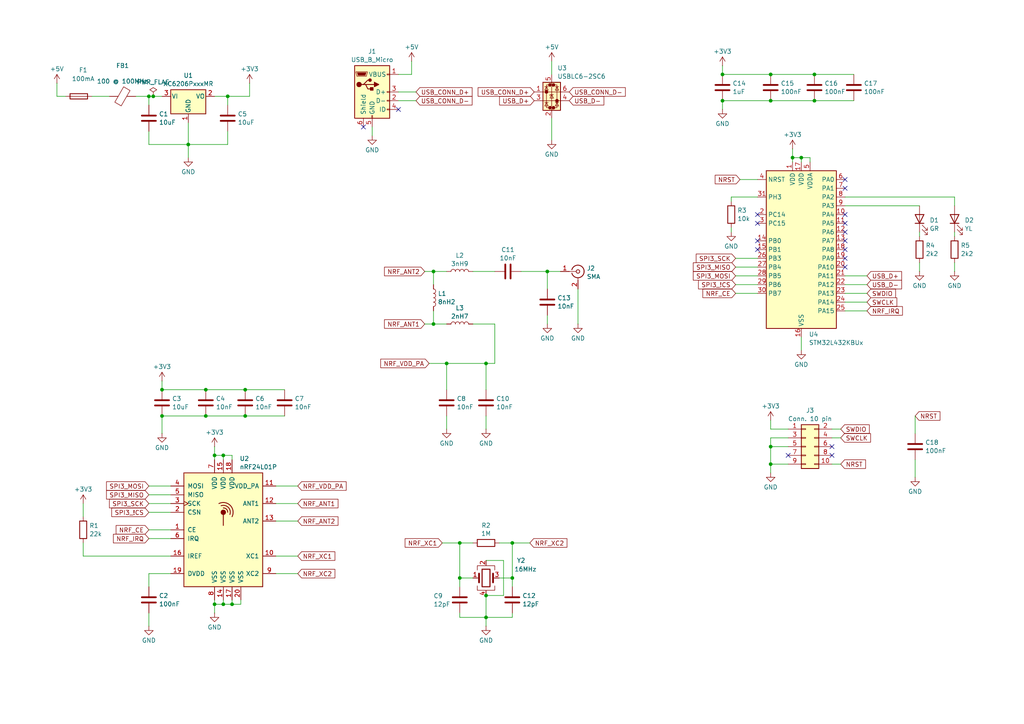
<source format=kicad_sch>
(kicad_sch (version 20231120) (generator "eeschema") (generator_version "8.0")
  (paper "A4")
  (title_block (title "STM32+RF+USB") (date "2024-09-12") (rev "Version1.0") (company "AIRLAB"))
  (lib_symbols
    (symbol "Connector:Conn_Coaxial" (pin_names (offset 1.016) hide)
      (property "Reference" "J" (at 0.254 3.048 0))
      (property "Value" "Conn_Coaxial" (at 2.921 0 90))
      (symbol "Conn_Coaxial_0_1"
        (arc (start -1.778 -0.508) (mid 0.2311 -1.8066) (end 1.778 0) (stroke (width 0.254)))
        (polyline (pts (xy -2.54 0) (xy -0.508 0)))
        (polyline (pts (xy 0 -2.54) (xy 0 -1.778)))
        (circle (center 0 0) (radius 0.508) (stroke (width 0.2032)))
        (arc (start 1.778 0) (mid 0.2099 1.8101) (end -1.778 0.508) (stroke (width 0.254)))
      )
      (symbol "Conn_Coaxial_1_1"
        (pin passive line (at -5.08 0 0) (length 2.54) (name "In") (number "1"))
        (pin passive line (at 0 -5.08 90) (length 2.54) (name "Ext") (number "2"))
      )
    )
    (symbol "Connector:USB_B_Micro" (pin_names (offset 1.016))
      (property "Reference" "J" (at -5.08 11.43 0))
      (property "Value" "USB_B_Micro" (at -5.08 8.89 0))
      (symbol "USB_B_Micro_0_1"
        (rectangle (start -5.08 -7.62) (end 5.08 7.62) (stroke (width 0.254)) (fill (type background)))
        (circle (center -3.81 2.159) (radius 0.635) (stroke (width 0.254)) (fill (type outline)))
        (circle (center -0.635 3.429) (radius 0.381) (stroke (width 0.254)) (fill (type outline)))
        (rectangle (start -0.127 -7.62) (end 0.127 -6.858))
        (polyline (pts (xy -1.905 2.159) (xy 0.635 2.159)) (stroke (width 0.254)))
        (polyline (pts (xy -3.175 2.159) (xy -2.54 2.159) (xy -1.27 3.429) (xy -0.635 3.429)) (stroke (width 0.254)))
        (polyline (pts (xy -2.54 2.159) (xy -1.905 2.159) (xy -1.27 0.889) (xy 0 0.889)) (stroke (width 0.254)))
        (polyline (pts (xy 0.635 2.794) (xy 0.635 1.524) (xy 1.905 2.159) (xy 0.635 2.794)) (stroke (width 0.254)) (fill (type outline)))
        (polyline (pts (xy -4.318 5.588) (xy -1.778 5.588) (xy -2.032 4.826) (xy -4.064 4.826) (xy -4.318 5.588)) (fill (type outline)))
        (polyline (pts (xy -4.699 5.842) (xy -4.699 5.588) (xy -4.445 4.826) (xy -4.445 4.572) (xy -1.651 4.572) (xy -1.651 4.826) (xy -1.397 5.588) (xy -1.397 5.842) (xy -4.699 5.842)))
        (rectangle (start 0.254 1.27) (end -0.508 0.508) (stroke (width 0.254)) (fill (type outline)))
        (rectangle (start 5.08 -5.207) (end 4.318 -4.953))
        (rectangle (start 5.08 -2.667) (end 4.318 -2.413))
        (rectangle (start 5.08 -0.127) (end 4.318 0.127))
        (rectangle (start 5.08 4.953) (end 4.318 5.207))
      )
      (symbol "USB_B_Micro_1_1"
        (pin power_out line (at 7.62 5.08 180) (length 2.54) (name "VBUS") (number "1"))
        (pin bidirectional line (at 7.62 -2.54 180) (length 2.54) (name "D-") (number "2"))
        (pin bidirectional line (at 7.62 0 180) (length 2.54) (name "D+") (number "3"))
        (pin passive line (at 7.62 -5.08 180) (length 2.54) (name "ID") (number "4"))
        (pin power_out line (at 0 -10.16 90) (length 2.54) (name "GND") (number "5"))
        (pin passive line (at -2.54 -10.16 90) (length 2.54) (name "Shield") (number "6"))
      )
    )
    (symbol "Connector_Generic:Conn_02x05_Odd_Even" (pin_names (offset 1.016) hide)
      (property "Reference" "J" (at 1.27 7.62 0))
      (property "Value" "Conn_02x05_Odd_Even" (at 1.27 -7.62 0))
      (symbol "Conn_02x05_Odd_Even_1_1"
        (rectangle (start -1.27 -4.953) (end 0 -5.207) (stroke (width 0.1524)))
        (rectangle (start -1.27 -2.413) (end 0 -2.667) (stroke (width 0.1524)))
        (rectangle (start -1.27 0.127) (end 0 -0.127) (stroke (width 0.1524)))
        (rectangle (start -1.27 2.667) (end 0 2.413) (stroke (width 0.1524)))
        (rectangle (start -1.27 5.207) (end 0 4.953) (stroke (width 0.1524)))
        (rectangle (start -1.27 6.35) (end 3.81 -6.35) (stroke (width 0.254)) (fill (type background)))
        (rectangle (start 3.81 -4.953) (end 2.54 -5.207) (stroke (width 0.1524)))
        (rectangle (start 3.81 -2.413) (end 2.54 -2.667) (stroke (width 0.1524)))
        (rectangle (start 3.81 0.127) (end 2.54 -0.127) (stroke (width 0.1524)))
        (rectangle (start 3.81 2.667) (end 2.54 2.413) (stroke (width 0.1524)))
        (rectangle (start 3.81 5.207) (end 2.54 4.953) (stroke (width 0.1524)))
        (pin passive line (at -5.08 5.08 0) (length 3.81) (name "Pin_1") (number "1"))
        (pin passive line (at 7.62 -5.08 180) (length 3.81) (name "Pin_10") (number "10"))
        (pin passive line (at 7.62 5.08 180) (length 3.81) (name "Pin_2") (number "2"))
        (pin passive line (at -5.08 2.54 0) (length 3.81) (name "Pin_3") (number "3"))
        (pin passive line (at 7.62 2.54 180) (length 3.81) (name "Pin_4") (number "4"))
        (pin passive line (at -5.08 0 0) (length 3.81) (name "Pin_5") (number "5"))
        (pin passive line (at 7.62 0 180) (length 3.81) (name "Pin_6") (number "6"))
        (pin passive line (at -5.08 -2.54 0) (length 3.81) (name "Pin_7") (number "7"))
        (pin passive line (at 7.62 -2.54 180) (length 3.81) (name "Pin_8") (number "8"))
        (pin passive line (at -5.08 -5.08 0) (length 3.81) (name "Pin_9") (number "9"))
      )
    )
    (symbol "Device:C" (pin_numbers hide) (pin_names (offset 0.254))
      (property "Reference" "C" (at 0.635 2.54 0))
      (property "Value" "C" (at 0.635 -2.54 0))
      (symbol "C_0_1"
        (polyline (pts (xy -2.032 -0.762) (xy 2.032 -0.762)) (stroke (width 0.508)))
        (polyline (pts (xy -2.032 0.762) (xy 2.032 0.762)) (stroke (width 0.508)))
      )
      (symbol "C_1_1"
        (pin passive line (at 0 3.81 270) (length 2.794) (name "~") (number "1"))
        (pin passive line (at 0 -3.81 90) (length 2.794) (name "~") (number "2"))
      )
    )
    (symbol "Device:Crystal_GND24" (pin_names (offset 1.016) hide)
      (property "Reference" "Y" (at 3.175 5.08 0))
      (property "Value" "Crystal_GND24" (at 3.175 3.175 0))
      (symbol "Crystal_GND24_0_1"
        (rectangle (start -1.143 2.54) (end 1.143 -2.54) (stroke (width 0.3048)))
        (polyline (pts (xy -2.54 0) (xy -2.032 0)))
        (polyline (pts (xy -2.032 -1.27) (xy -2.032 1.27)) (stroke (width 0.508)))
        (polyline (pts (xy 0 -3.81) (xy 0 -3.556)))
        (polyline (pts (xy 0 3.556) (xy 0 3.81)))
        (polyline (pts (xy 2.032 -1.27) (xy 2.032 1.27)) (stroke (width 0.508)))
        (polyline (pts (xy 2.032 0) (xy 2.54 0)))
        (polyline (pts (xy -2.54 -2.286) (xy -2.54 -3.556) (xy 2.54 -3.556) (xy 2.54 -2.286)))
        (polyline (pts (xy -2.54 2.286) (xy -2.54 3.556) (xy 2.54 3.556) (xy 2.54 2.286)))
      )
      (symbol "Crystal_GND24_1_1"
        (pin passive line (at -3.81 0 0) (length 1.27) (name "1") (number "1"))
        (pin passive line (at 0 5.08 270) (length 1.27) (name "2") (number "2"))
        (pin passive line (at 3.81 0 180) (length 1.27) (name "3") (number "3"))
        (pin passive line (at 0 -5.08 90) (length 1.27) (name "4") (number "4"))
      )
    )
    (symbol "Device:FerriteBead" (pin_numbers hide) (pin_names (offset 0))
      (property "Reference" "FB" (at -3.81 0.635 90))
      (property "Value" "FerriteBead" (at 3.81 0 90))
      (symbol "FerriteBead_0_1"
        (polyline (pts (xy 0 -1.27) (xy 0 -1.2192)))
        (polyline (pts (xy 0 1.27) (xy 0 1.2954)))
        (polyline (pts (xy -2.7686 0.4064) (xy -1.7018 2.2606) (xy 2.7686 -0.3048) (xy 1.6764 -2.159) (xy -2.7686 0.4064)))
      )
      (symbol "FerriteBead_1_1"
        (pin passive line (at 0 3.81 270) (length 2.54) (name "~") (number "1"))
        (pin passive line (at 0 -3.81 90) (length 2.54) (name "~") (number "2"))
      )
    )
    (symbol "Device:Fuse" (pin_numbers hide) (pin_names (offset 0))
      (property "Reference" "F" (at 2.032 0 90))
      (property "Value" "Fuse" (at -1.905 0 90))
      (symbol "Fuse_0_1"
        (rectangle (start -0.762 -2.54) (end 0.762 2.54) (stroke (width 0.254)))
        (polyline (pts (xy 0 2.54) (xy 0 -2.54)))
      )
      (symbol "Fuse_1_1"
        (pin passive line (at 0 3.81 270) (length 1.27) (name "~") (number "1"))
        (pin passive line (at 0 -3.81 90) (length 1.27) (name "~") (number "2"))
      )
    )
    (symbol "Device:L" (pin_numbers hide) (pin_names (offset 1.016) hide)
      (property "Reference" "L" (at -1.27 0 90))
      (property "Value" "L" (at 1.905 0 90))
      (symbol "L_0_1"
        (arc (start 0 -2.54) (mid 0.6323 -1.905) (end 0 -1.27))
        (arc (start 0 -1.27) (mid 0.6323 -0.635) (end 0 0))
        (arc (start 0 0) (mid 0.6323 0.635) (end 0 1.27))
        (arc (start 0 1.27) (mid 0.6323 1.905) (end 0 2.54))
      )
      (symbol "L_1_1"
        (pin passive line (at 0 3.81 270) (length 1.27) (name "1") (number "1"))
        (pin passive line (at 0 -3.81 90) (length 1.27) (name "2") (number "2"))
      )
    )
    (symbol "Device:LED" (pin_numbers hide) (pin_names (offset 1.016) hide)
      (property "Reference" "D" (at 0 2.54 0))
      (property "Value" "LED" (at 0 -2.54 0))
      (symbol "LED_0_1"
        (polyline (pts (xy -1.27 -1.27) (xy -1.27 1.27)) (stroke (width 0.254)))
        (polyline (pts (xy -1.27 0) (xy 1.27 0)))
        (polyline (pts (xy 1.27 -1.27) (xy 1.27 1.27) (xy -1.27 0) (xy 1.27 -1.27)) (stroke (width 0.254)))
        (polyline (pts (xy -3.048 -0.762) (xy -4.572 -2.286) (xy -3.81 -2.286) (xy -4.572 -2.286) (xy -4.572 -1.524)))
        (polyline (pts (xy -1.778 -0.762) (xy -3.302 -2.286) (xy -2.54 -2.286) (xy -3.302 -2.286) (xy -3.302 -1.524)))
      )
      (symbol "LED_1_1"
        (pin passive line (at -3.81 0 0) (length 2.54) (name "K") (number "1"))
        (pin passive line (at 3.81 0 180) (length 2.54) (name "A") (number "2"))
      )
    )
    (symbol "Device:R" (pin_numbers hide) (pin_names (offset 0))
      (property "Reference" "R" (at 2.032 0 90))
      (property "Value" "R" (at 0 0 90))
      (symbol "R_0_1"
        (rectangle (start -1.016 -2.54) (end 1.016 2.54) (stroke (width 0.254)))
      )
      (symbol "R_1_1"
        (pin passive line (at 0 3.81 270) (length 1.27) (name "~") (number "1"))
        (pin passive line (at 0 -3.81 90) (length 1.27) (name "~") (number "2"))
      )
    )
    (symbol "MCU_ST_STM32L4:STM32L432KBUx"
      (property "Reference" "U" (at -10.16 24.13 0))
      (property "Value" "STM32L432KBUx" (at 5.08 24.13 0))
      (symbol "STM32L432KBUx_0_1"
        (rectangle (start -10.16 -22.86) (end 10.16 22.86) (stroke (width 0.254)) (fill (type background)))
      )
      (symbol "STM32L432KBUx_1_1"
        (pin power_in line (at -2.54 25.4 270) (length 2.54) (name "VDD") (number "1"))
        (pin bidirectional line (at 12.7 10.16 180) (length 2.54) (name "PA4") (number "10"))
        (pin bidirectional line (at 12.7 7.62 180) (length 2.54) (name "PA5") (number "11"))
        (pin bidirectional line (at 12.7 5.08 180) (length 2.54) (name "PA6") (number "12"))
        (pin bidirectional line (at 12.7 2.54 180) (length 2.54) (name "PA7") (number "13"))
        (pin bidirectional line (at -12.7 2.54 0) (length 2.54) (name "PB0") (number "14"))
        (pin bidirectional line (at -12.7 0 0) (length 2.54) (name "PB1") (number "15"))
        (pin power_in line (at 0 -25.4 90) (length 2.54) (name "VSS") (number "16"))
        (pin power_in line (at 0 25.4 270) (length 2.54) (name "VDD") (number "17"))
        (pin bidirectional line (at 12.7 0 180) (length 2.54) (name "PA8") (number "18"))
        (pin bidirectional line (at 12.7 -2.54 180) (length 2.54) (name "PA9") (number "19"))
        (pin bidirectional line (at -12.7 10.16 0) (length 2.54) (name "PC14") (number "2"))
        (pin bidirectional line (at 12.7 -5.08 180) (length 2.54) (name "PA10") (number "20"))
        (pin bidirectional line (at 12.7 -7.62 180) (length 2.54) (name "PA11") (number "21"))
        (pin bidirectional line (at 12.7 -10.16 180) (length 2.54) (name "PA12") (number "22"))
        (pin bidirectional line (at 12.7 -12.7 180) (length 2.54) (name "PA13") (number "23"))
        (pin bidirectional line (at 12.7 -15.24 180) (length 2.54) (name "PA14") (number "24"))
        (pin bidirectional line (at 12.7 -17.78 180) (length 2.54) (name "PA15") (number "25"))
        (pin bidirectional line (at -12.7 -2.54 0) (length 2.54) (name "PB3") (number "26"))
        (pin bidirectional line (at -12.7 -5.08 0) (length 2.54) (name "PB4") (number "27"))
        (pin bidirectional line (at -12.7 -7.62 0) (length 2.54) (name "PB5") (number "28"))
        (pin bidirectional line (at -12.7 -10.16 0) (length 2.54) (name "PB6") (number "29"))
        (pin bidirectional line (at -12.7 7.62 0) (length 2.54) (name "PC15") (number "3"))
        (pin bidirectional line (at -12.7 -12.7 0) (length 2.54) (name "PB7") (number "30"))
        (pin bidirectional line (at -12.7 15.24 0) (length 2.54) (name "PH3") (number "31"))
        (pin passive line (at 0 -25.4 90) (length 2.54) hide (name "VSS") (number "32"))
        (pin passive line (at 0 -25.4 90) (length 2.54) hide (name "VSS") (number "33"))
        (pin input line (at -12.7 20.32 0) (length 2.54) (name "NRST") (number "4"))
        (pin power_in line (at 2.54 25.4 270) (length 2.54) (name "VDDA") (number "5"))
        (pin bidirectional line (at 12.7 20.32 180) (length 2.54) (name "PA0") (number "6"))
        (pin bidirectional line (at 12.7 17.78 180) (length 2.54) (name "PA1") (number "7"))
        (pin bidirectional line (at 12.7 15.24 180) (length 2.54) (name "PA2") (number "8"))
        (pin bidirectional line (at 12.7 12.7 180) (length 2.54) (name "PA3") (number "9"))
      )
    )
    (symbol "Power_Protection:USBLC6-2SC6" (pin_names hide)
      (property "Reference" "U" (at 0.635 5.715 0))
      (property "Value" "USBLC6-2SC6" (at 0.635 3.81 0))
      (symbol "USBLC6-2SC6_0_0"
        (circle (center -1.524 0) (radius 0.0001) (stroke (width 0.508)))
        (circle (center -0.508 -4.572) (radius 0.0001) (stroke (width 0.508)))
        (circle (center -0.508 2.032) (radius 0.0001) (stroke (width 0.508)))
        (circle (center 0.508 -4.572) (radius 0.0001) (stroke (width 0.508)))
        (circle (center 0.508 2.032) (radius 0.0001) (stroke (width 0.508)))
        (circle (center 1.524 -2.54) (radius 0.0001) (stroke (width 0.508)))
      )
      (symbol "USBLC6-2SC6_0_1"
        (polyline (pts (xy -2.54 -2.54) (xy 2.54 -2.54)))
        (polyline (pts (xy -2.54 0) (xy 2.54 0)))
        (polyline (pts (xy -2.032 -3.048) (xy -1.016 -3.048)))
        (polyline (pts (xy -1.016 1.524) (xy -2.032 1.524)))
        (polyline (pts (xy 1.016 -3.048) (xy 2.032 -3.048)))
        (polyline (pts (xy 1.016 1.524) (xy 2.032 1.524)))
        (polyline (pts (xy -0.508 -1.143) (xy -0.508 -0.762) (xy 0.508 -0.762)))
        (polyline (pts (xy -2.032 0.508) (xy -1.016 0.508) (xy -1.524 1.524) (xy -2.032 0.508)))
        (polyline (pts (xy -1.016 -4.064) (xy -2.032 -4.064) (xy -1.524 -3.048) (xy -1.016 -4.064)))
        (polyline (pts (xy 0.508 -1.778) (xy -0.508 -1.778) (xy 0 -0.762) (xy 0.508 -1.778)))
        (polyline (pts (xy 2.032 -4.064) (xy 1.016 -4.064) (xy 1.524 -3.048) (xy 2.032 -4.064)))
        (polyline (pts (xy 2.032 0.508) (xy 1.016 0.508) (xy 1.524 1.524) (xy 2.032 0.508)))
        (polyline (pts (xy 0 2.54) (xy -0.508 2.032) (xy 0.508 2.032) (xy 0 1.524) (xy 0 -4.064) (xy -0.508 -4.572) (xy 0.508 -4.572) (xy 0 -5.08)))
      )
      (symbol "USBLC6-2SC6_1_1"
        (rectangle (start -2.54 2.794) (end 2.54 -5.334) (stroke (width 0.254)) (fill (type background)))
        (polyline (pts (xy -0.508 2.032) (xy -1.524 2.032) (xy -1.524 -4.572) (xy -0.508 -4.572)))
        (polyline (pts (xy 0.508 -4.572) (xy 1.524 -4.572) (xy 1.524 2.032) (xy 0.508 2.032)))
        (pin passive line (at -5.08 0 0) (length 2.54) (name "I/O1") (number "1"))
        (pin passive line (at 0 -7.62 90) (length 2.54) (name "GND") (number "2"))
        (pin passive line (at -5.08 -2.54 0) (length 2.54) (name "I/O2") (number "3"))
        (pin passive line (at 5.08 -2.54 180) (length 2.54) (name "I/O2") (number "4"))
        (pin passive line (at 0 5.08 270) (length 2.54) (name "VBUS") (number "5"))
        (pin passive line (at 5.08 0 180) (length 2.54) (name "I/O1") (number "6"))
      )
    )
    (symbol "RF:nRF24L01P" (pin_names (offset 1.016))
      (property "Reference" "U" (at -11.43 17.78 0))
      (property "Value" "nRF24L01P" (at 5.08 17.78 0))
      (symbol "nRF24L01P_0_1"
        (rectangle (start -11.43 16.51) (end 11.43 -16.51) (stroke (width 0.254)) (fill (type background)))
        (polyline (pts (xy 0 4.445) (xy 0 1.27)) (stroke (width 0.254)))
        (circle (center 0 5.08) (radius 0.635) (stroke (width 0.254)) (fill (type outline)))
        (arc (start 1.27 5.08) (mid 0.9071 5.9946) (end 0 6.35) (stroke (width 0.254)))
        (arc (start 1.905 4.445) (mid 1.4313 6.5254) (end -0.635 6.985) (stroke (width 0.254)))
        (arc (start 2.54 3.81) (mid 2.008 7.088) (end -1.27 7.62) (stroke (width 0.254)))
        (rectangle (start 11.43 -13.97) (end 11.43 -13.97))
      )
      (symbol "nRF24L01P_1_1"
        (pin input line (at -15.24 0 0) (length 3.81) (name "CE") (number "1"))
        (pin passive line (at 15.24 -7.62 180) (length 3.81) (name "XC1") (number "10"))
        (pin power_out line (at 15.24 12.7 180) (length 3.81) (name "VDD_PA") (number "11"))
        (pin passive line (at 15.24 7.62 180) (length 3.81) (name "ANT1") (number "12"))
        (pin passive line (at 15.24 2.54 180) (length 3.81) (name "ANT2") (number "13"))
        (pin power_in line (at 0 -20.32 90) (length 3.81) (name "VSS") (number "14"))
        (pin power_in line (at 0 20.32 270) (length 3.81) (name "VDD") (number "15"))
        (pin passive line (at -15.24 -7.62 0) (length 3.81) (name "IREF") (number "16"))
        (pin power_in line (at 2.54 -20.32 90) (length 3.81) (name "VSS") (number "17"))
        (pin power_in line (at 2.54 20.32 270) (length 3.81) (name "VDD") (number "18"))
        (pin power_out line (at -15.24 -12.7 0) (length 3.81) (name "DVDD") (number "19"))
        (pin input line (at -15.24 5.08 0) (length 3.81) (name "CSN") (number "2"))
        (pin power_in line (at 5.08 -20.32 90) (length 3.81) (name "VSS") (number "20"))
        (pin input clock (at -15.24 7.62 0) (length 3.81) (name "SCK") (number "3"))
        (pin input line (at -15.24 12.7 0) (length 3.81) (name "MOSI") (number "4"))
        (pin output line (at -15.24 10.16 0) (length 3.81) (name "MISO") (number "5"))
        (pin output line (at -15.24 -2.54 0) (length 3.81) (name "IRQ") (number "6"))
        (pin power_in line (at -2.54 20.32 270) (length 3.81) (name "VDD") (number "7"))
        (pin power_in line (at -2.54 -20.32 90) (length 3.81) (name "VSS") (number "8"))
        (pin passive line (at 15.24 -12.7 180) (length 3.81) (name "XC2") (number "9"))
      )
    )
    (symbol "Regulator_Linear:XC6206PxxxMR" (pin_names (offset 0.254))
      (property "Reference" "U" (at -3.81 3.175 0))
      (property "Value" "XC6206PxxxMR" (at 0 3.175 0))
      (symbol "XC6206PxxxMR_0_1"
        (rectangle (start -5.08 1.905) (end 5.08 -5.08) (stroke (width 0.254)) (fill (type background)))
      )
      (symbol "XC6206PxxxMR_1_1"
        (pin power_in line (at 0 -7.62 90) (length 2.54) (name "GND") (number "1"))
        (pin power_out line (at 7.62 0 180) (length 2.54) (name "VO") (number "2"))
        (pin power_in line (at -7.62 0 0) (length 2.54) (name "VI") (number "3"))
      )
    )
    (symbol "power:+3V3" (power) (pin_numbers hide) (pin_names (offset 0) hide)
      (property "Value" "+3V3" (at 0 3.556 0))
      (symbol "+3V3_0_1"
        (polyline (pts (xy -0.762 1.27) (xy 0 2.54)))
        (polyline (pts (xy 0 0) (xy 0 2.54)))
        (polyline (pts (xy 0 2.54) (xy 0.762 1.27)))
      )
      (symbol "+3V3_1_1"
        (pin power_in line (at 0 0 90) (length 0) (name "~") (number "1"))
      )
    )
    (symbol "power:+5V" (power) (pin_numbers hide) (pin_names (offset 0) hide)
      (property "Value" "+5V" (at 0 3.556 0))
      (symbol "+5V_0_1"
        (polyline (pts (xy -0.762 1.27) (xy 0 2.54)))
        (polyline (pts (xy 0 0) (xy 0 2.54)))
        (polyline (pts (xy 0 2.54) (xy 0.762 1.27)))
      )
      (symbol "+5V_1_1"
        (pin power_in line (at 0 0 90) (length 0) (name "~") (number "1"))
      )
    )
    (symbol "power:GND" (power) (pin_numbers hide) (pin_names (offset 0) hide)
      (property "Value" "GND" (at 0 -3.81 0))
      (symbol "GND_0_1"
        (polyline (pts (xy 0 0) (xy 0 -1.27) (xy 1.27 -1.27) (xy 0 -2.54) (xy -1.27 -1.27) (xy 0 -1.27)))
      )
      (symbol "GND_1_1"
        (pin power_in line (at 0 0 270) (length 0) (name "~") (number "1"))
      )
    )
    (symbol "power:PWR_FLAG" (power) (pin_numbers hide) (pin_names (offset 0) hide)
      (property "Value" "PWR_FLAG" (at 0 3.81 0))
      (symbol "PWR_FLAG_0_0"
        (pin power_out line (at 0 0 90) (length 0) (name "~") (number "1"))
      )
      (symbol "PWR_FLAG_0_1"
        (polyline (pts (xy 0 0) (xy 0 1.27) (xy -1.016 1.905) (xy 0 2.54) (xy 1.016 1.905) (xy 0 1.27)))
      )
    )
  )
  (junction (at 59.69 113.03))
  (junction (at 140.97 172.72))
  (junction (at 236.22 29.21))
  (junction (at 209.55 29.21))
  (junction (at 44.45 27.94))
  (junction (at 148.59 157.48))
  (junction (at 125.73 78.74))
  (junction (at 67.31 175.26))
  (junction (at 133.35 167.64))
  (junction (at 232.41 45.72))
  (junction (at 148.59 167.64))
  (junction (at 62.23 132.08))
  (junction (at 140.97 179.07))
  (junction (at 46.99 113.03))
  (junction (at 223.52 129.54))
  (junction (at 59.69 120.65))
  (junction (at 46.99 120.65))
  (junction (at 209.55 21.59))
  (junction (at 54.61 41.91))
  (junction (at 223.52 21.59))
  (junction (at 43.18 27.94))
  (junction (at 62.23 175.26))
  (junction (at 223.52 29.21))
  (junction (at 229.87 45.72))
  (junction (at 64.77 175.26))
  (junction (at 223.52 134.62))
  (junction (at 125.73 93.98))
  (junction (at 236.22 21.59))
  (junction (at 140.97 105.41))
  (junction (at 66.04 27.94))
  (junction (at 158.75 78.74))
  (junction (at 71.12 120.65))
  (junction (at 129.54 105.41))
  (junction (at 71.12 113.03))
  (junction (at 64.77 132.08))
  (junction (at 133.35 157.48))
  (no_connect (at 245.11 67.31))
  (no_connect (at 105.41 36.83))
  (no_connect (at 245.11 69.85))
  (no_connect (at 245.11 64.77))
  (no_connect (at 219.71 72.39))
  (no_connect (at 245.11 62.23))
  (no_connect (at 228.6 132.08))
  (no_connect (at 241.3 132.08))
  (no_connect (at 241.3 129.54))
  (no_connect (at 245.11 52.07))
  (no_connect (at 219.71 62.23))
  (no_connect (at 115.57 31.75))
  (no_connect (at 245.11 72.39))
  (no_connect (at 219.71 69.85))
  (no_connect (at 245.11 77.47))
  (no_connect (at 245.11 74.93))
  (no_connect (at 219.71 64.77))
  (no_connect (at 245.11 54.61))
  (wire (pts (xy 234.95 45.72) (xy 232.41 45.72)))
  (wire (pts (xy 43.18 38.1) (xy 43.18 41.91)))
  (wire (pts (xy 54.61 41.91) (xy 66.04 41.91)))
  (wire (pts (xy 62.23 129.54) (xy 62.23 132.08)))
  (wire (pts (xy 123.19 78.74) (xy 125.73 78.74)))
  (wire (pts (xy 241.3 127) (xy 243.84 127)))
  (wire (pts (xy 151.13 78.74) (xy 158.75 78.74)))
  (wire (pts (xy 223.52 129.54) (xy 228.6 129.54)))
  (wire (pts (xy 236.22 29.21) (xy 247.65 29.21)))
  (wire (pts (xy 144.78 167.64) (xy 148.59 167.64)))
  (wire (pts (xy 148.59 157.48) (xy 144.78 157.48)))
  (wire (pts (xy 276.86 57.15) (xy 276.86 59.69)))
  (wire (pts (xy 140.97 105.41) (xy 140.97 113.03)))
  (wire (pts (xy 232.41 45.72) (xy 232.41 46.99)))
  (wire (pts (xy 80.01 151.13) (xy 86.36 151.13)))
  (wire (pts (xy 124.46 105.41) (xy 129.54 105.41)))
  (wire (pts (xy 209.55 29.21) (xy 209.55 31.75)))
  (wire (pts (xy 158.75 91.44) (xy 158.75 93.98)))
  (wire (pts (xy 276.86 67.31) (xy 276.86 68.58)))
  (wire (pts (xy 223.52 134.62) (xy 228.6 134.62)))
  (wire (pts (xy 137.16 78.74) (xy 143.51 78.74)))
  (wire (pts (xy 212.09 66.04) (xy 212.09 67.31)))
  (wire (pts (xy 67.31 132.08) (xy 64.77 132.08)))
  (wire (pts (xy 209.55 21.59) (xy 223.52 21.59)))
  (wire (pts (xy 133.35 167.64) (xy 133.35 170.18)))
  (wire (pts (xy 133.35 167.64) (xy 137.16 167.64)))
  (wire (pts (xy 125.73 78.74) (xy 129.54 78.74)))
  (wire (pts (xy 245.11 90.17) (xy 251.46 90.17)))
  (wire (pts (xy 232.41 97.79) (xy 232.41 101.6)))
  (wire (pts (xy 223.52 134.62) (xy 223.52 137.16)))
  (wire (pts (xy 107.95 36.83) (xy 107.95 39.37)))
  (wire (pts (xy 44.45 27.94) (xy 46.99 27.94)))
  (wire (pts (xy 43.18 143.51) (xy 49.53 143.51)))
  (wire (pts (xy 209.55 19.05) (xy 209.55 21.59)))
  (wire (pts (xy 276.86 76.2) (xy 276.86 78.74)))
  (wire (pts (xy 213.36 85.09) (xy 219.71 85.09)))
  (wire (pts (xy 49.53 156.21) (xy 43.18 156.21)))
  (wire (pts (xy 133.35 157.48) (xy 137.16 157.48)))
  (wire (pts (xy 213.36 77.47) (xy 219.71 77.47)))
  (wire (pts (xy 67.31 173.99) (xy 67.31 175.26)))
  (wire (pts (xy 213.36 74.93) (xy 219.71 74.93)))
  (wire (pts (xy 54.61 35.56) (xy 54.61 41.91)))
  (wire (pts (xy 119.38 17.78) (xy 119.38 21.59)))
  (wire (pts (xy 67.31 133.35) (xy 67.31 132.08)))
  (wire (pts (xy 245.11 80.01) (xy 251.46 80.01)))
  (wire (pts (xy 66.04 27.94) (xy 72.39 27.94)))
  (wire (pts (xy 236.22 21.59) (xy 247.65 21.59)))
  (wire (pts (xy 232.41 45.72) (xy 229.87 45.72)))
  (wire (pts (xy 133.35 177.8) (xy 133.35 179.07)))
  (wire (pts (xy 125.73 90.17) (xy 125.73 93.98)))
  (wire (pts (xy 212.09 57.15) (xy 212.09 58.42)))
  (wire (pts (xy 140.97 162.56) (xy 146.05 162.56)))
  (wire (pts (xy 80.01 166.37) (xy 86.36 166.37)))
  (wire (pts (xy 62.23 175.26) (xy 62.23 177.8)))
  (wire (pts (xy 46.99 110.49) (xy 46.99 113.03)))
  (wire (pts (xy 43.18 41.91) (xy 54.61 41.91)))
  (wire (pts (xy 266.7 67.31) (xy 266.7 68.58)))
  (wire (pts (xy 71.12 120.65) (xy 82.55 120.65)))
  (wire (pts (xy 123.19 93.98) (xy 125.73 93.98)))
  (wire (pts (xy 129.54 120.65) (xy 129.54 124.46)))
  (wire (pts (xy 16.51 27.94) (xy 19.05 27.94)))
  (wire (pts (xy 229.87 43.18) (xy 229.87 45.72)))
  (wire (pts (xy 167.64 83.82) (xy 167.64 93.98)))
  (wire (pts (xy 160.02 34.29) (xy 160.02 40.64)))
  (wire (pts (xy 24.13 146.05) (xy 24.13 149.86)))
  (wire (pts (xy 115.57 26.67) (xy 120.65 26.67)))
  (wire (pts (xy 148.59 177.8) (xy 148.59 179.07)))
  (wire (pts (xy 229.87 45.72) (xy 229.87 46.99)))
  (wire (pts (xy 39.37 27.94) (xy 43.18 27.94)))
  (wire (pts (xy 43.18 148.59) (xy 49.53 148.59)))
  (wire (pts (xy 24.13 157.48) (xy 24.13 161.29)))
  (wire (pts (xy 43.18 27.94) (xy 43.18 30.48)))
  (wire (pts (xy 43.18 177.8) (xy 43.18 181.61)))
  (wire (pts (xy 46.99 113.03) (xy 59.69 113.03)))
  (wire (pts (xy 59.69 113.03) (xy 71.12 113.03)))
  (wire (pts (xy 245.11 59.69) (xy 266.7 59.69)))
  (wire (pts (xy 158.75 78.74) (xy 158.75 83.82)))
  (wire (pts (xy 43.18 153.67) (xy 49.53 153.67)))
  (wire (pts (xy 66.04 38.1) (xy 66.04 41.91)))
  (wire (pts (xy 146.05 172.72) (xy 140.97 172.72)))
  (wire (pts (xy 140.97 105.41) (xy 143.51 105.41)))
  (wire (pts (xy 115.57 21.59) (xy 119.38 21.59)))
  (wire (pts (xy 59.69 120.65) (xy 71.12 120.65)))
  (wire (pts (xy 43.18 166.37) (xy 43.18 170.18)))
  (wire (pts (xy 140.97 179.07) (xy 140.97 172.72)))
  (wire (pts (xy 62.23 132.08) (xy 62.23 133.35)))
  (wire (pts (xy 245.11 85.09) (xy 251.46 85.09)))
  (wire (pts (xy 223.52 21.59) (xy 236.22 21.59)))
  (wire (pts (xy 128.27 157.48) (xy 133.35 157.48)))
  (wire (pts (xy 46.99 120.65) (xy 46.99 125.73)))
  (wire (pts (xy 54.61 41.91) (xy 54.61 45.72)))
  (wire (pts (xy 16.51 24.13) (xy 16.51 27.94)))
  (wire (pts (xy 234.95 46.99) (xy 234.95 45.72)))
  (wire (pts (xy 265.43 120.65) (xy 265.43 125.73)))
  (wire (pts (xy 133.35 179.07) (xy 140.97 179.07)))
  (wire (pts (xy 214.63 52.07) (xy 219.71 52.07)))
  (wire (pts (xy 129.54 105.41) (xy 129.54 113.03)))
  (wire (pts (xy 49.53 166.37) (xy 43.18 166.37)))
  (wire (pts (xy 69.85 173.99) (xy 69.85 175.26)))
  (wire (pts (xy 71.12 113.03) (xy 82.55 113.03)))
  (wire (pts (xy 64.77 175.26) (xy 62.23 175.26)))
  (wire (pts (xy 62.23 175.26) (xy 62.23 173.99)))
  (wire (pts (xy 241.3 124.46) (xy 243.84 124.46)))
  (wire (pts (xy 129.54 105.41) (xy 140.97 105.41)))
  (wire (pts (xy 80.01 146.05) (xy 86.36 146.05)))
  (wire (pts (xy 245.11 82.55) (xy 251.46 82.55)))
  (wire (pts (xy 209.55 29.21) (xy 223.52 29.21)))
  (wire (pts (xy 62.23 27.94) (xy 66.04 27.94)))
  (wire (pts (xy 223.52 127) (xy 223.52 129.54)))
  (wire (pts (xy 266.7 76.2) (xy 266.7 78.74)))
  (wire (pts (xy 148.59 167.64) (xy 148.59 170.18)))
  (wire (pts (xy 125.73 93.98) (xy 129.54 93.98)))
  (wire (pts (xy 223.52 121.92) (xy 223.52 124.46)))
  (wire (pts (xy 67.31 175.26) (xy 64.77 175.26)))
  (wire (pts (xy 115.57 29.21) (xy 120.65 29.21)))
  (wire (pts (xy 140.97 120.65) (xy 140.97 124.46)))
  (wire (pts (xy 137.16 93.98) (xy 143.51 93.98)))
  (wire (pts (xy 133.35 157.48) (xy 133.35 167.64)))
  (wire (pts (xy 213.36 82.55) (xy 219.71 82.55)))
  (wire (pts (xy 26.67 27.94) (xy 31.75 27.94)))
  (wire (pts (xy 72.39 24.13) (xy 72.39 27.94)))
  (wire (pts (xy 245.11 87.63) (xy 251.46 87.63)))
  (wire (pts (xy 148.59 157.48) (xy 153.67 157.48)))
  (wire (pts (xy 86.36 161.29) (xy 80.01 161.29)))
  (wire (pts (xy 143.51 93.98) (xy 143.51 105.41)))
  (wire (pts (xy 160.02 17.78) (xy 160.02 21.59)))
  (wire (pts (xy 43.18 146.05) (xy 49.53 146.05)))
  (wire (pts (xy 245.11 57.15) (xy 276.86 57.15)))
  (wire (pts (xy 265.43 133.35) (xy 265.43 138.43)))
  (wire (pts (xy 146.05 162.56) (xy 146.05 172.72)))
  (wire (pts (xy 64.77 132.08) (xy 62.23 132.08)))
  (wire (pts (xy 43.18 140.97) (xy 49.53 140.97)))
  (wire (pts (xy 140.97 179.07) (xy 140.97 181.61)))
  (wire (pts (xy 140.97 179.07) (xy 148.59 179.07)))
  (wire (pts (xy 223.52 129.54) (xy 223.52 134.62)))
  (wire (pts (xy 241.3 134.62) (xy 243.84 134.62)))
  (wire (pts (xy 158.75 78.74) (xy 162.56 78.74)))
  (wire (pts (xy 223.52 29.21) (xy 236.22 29.21)))
  (wire (pts (xy 43.18 27.94) (xy 44.45 27.94)))
  (wire (pts (xy 64.77 132.08) (xy 64.77 133.35)))
  (wire (pts (xy 64.77 173.99) (xy 64.77 175.26)))
  (wire (pts (xy 46.99 120.65) (xy 59.69 120.65)))
  (wire (pts (xy 213.36 80.01) (xy 219.71 80.01)))
  (wire (pts (xy 24.13 161.29) (xy 49.53 161.29)))
  (wire (pts (xy 223.52 124.46) (xy 228.6 124.46)))
  (wire (pts (xy 66.04 30.48) (xy 66.04 27.94)))
  (wire (pts (xy 219.71 57.15) (xy 212.09 57.15)))
  (wire (pts (xy 80.01 140.97) (xy 86.36 140.97)))
  (wire (pts (xy 148.59 157.48) (xy 148.59 167.64)))
  (wire (pts (xy 69.85 175.26) (xy 67.31 175.26)))
  (wire (pts (xy 125.73 78.74) (xy 125.73 82.55)))
  (wire (pts (xy 228.6 127) (xy 223.52 127)))
  (global_label "USB_D+" (shape input) (at 154.94 29.21 180) (property "Intersheetrefs" "${INTERSHEET_REFS}" (effects (hide yes))))
  (global_label "SPI3_MISO" (shape input) (at 43.18 143.51 180) (property "Intersheetrefs" "${INTERSHEET_REFS}" (effects (hide yes))))
  (global_label "SPI3_!CS" (shape input) (at 43.18 148.59 180) (property "Intersheetrefs" "${INTERSHEET_REFS}" (effects (hide yes))))
  (global_label "NRF_ANT1" (shape input) (at 86.36 146.05 0) (property "Intersheetrefs" "${INTERSHEET_REFS}" (effects (hide yes))))
  (global_label "NRST" (shape input) (at 214.63 52.07 180) (property "Intersheetrefs" "${INTERSHEET_REFS}" (effects (hide yes))))
  (global_label "SWDIO" (shape input) (at 243.84 124.46 0) (property "Intersheetrefs" "${INTERSHEET_REFS}" (effects (hide yes))))
  (global_label "USB_CONN_D+" (shape input) (at 120.65 26.67 0) (property "Intersheetrefs" "${INTERSHEET_REFS}" (effects (hide yes))))
  (global_label "SPI3_MOSI" (shape input) (at 43.18 140.97 180) (property "Intersheetrefs" "${INTERSHEET_REFS}" (effects (hide yes))))
  (global_label "SWCLK" (shape input) (at 251.46 87.63 0) (property "Intersheetrefs" "${INTERSHEET_REFS}" (effects (hide yes))))
  (global_label "USB_CONN_D-" (shape input) (at 165.1 26.67 0) (property "Intersheetrefs" "${INTERSHEET_REFS}" (effects (hide yes))))
  (global_label "USB_D-" (shape input) (at 165.1 29.21 0) (property "Intersheetrefs" "${INTERSHEET_REFS}" (effects (hide yes))))
  (global_label "NRF_CE" (shape input) (at 213.36 85.09 180) (property "Intersheetrefs" "${INTERSHEET_REFS}" (effects (hide yes))))
  (global_label "SWDIO" (shape input) (at 251.46 85.09 0) (property "Intersheetrefs" "${INTERSHEET_REFS}" (effects (hide yes))))
  (global_label "SPI3_SCK" (shape input) (at 43.18 146.05 180) (property "Intersheetrefs" "${INTERSHEET_REFS}" (effects (hide yes))))
  (global_label "NRST" (shape input) (at 265.43 120.65 0) (property "Intersheetrefs" "${INTERSHEET_REFS}" (effects (hide yes))))
  (global_label "NRF_ANT2" (shape input) (at 123.19 78.74 180) (property "Intersheetrefs" "${INTERSHEET_REFS}" (effects (hide yes))))
  (global_label "USB_D-" (shape input) (at 251.46 82.55 0) (property "Intersheetrefs" "${INTERSHEET_REFS}" (effects (hide yes))))
  (global_label "SPI3_!CS" (shape input) (at 213.36 82.55 180) (property "Intersheetrefs" "${INTERSHEET_REFS}" (effects (hide yes))))
  (global_label "NRF_IRQ" (shape input) (at 251.46 90.17 0) (property "Intersheetrefs" "${INTERSHEET_REFS}" (effects (hide yes))))
  (global_label "SPI3_MISO" (shape input) (at 213.36 77.47 180) (property "Intersheetrefs" "${INTERSHEET_REFS}" (effects (hide yes))))
  (global_label "USB_CONN_D-" (shape input) (at 120.65 29.21 0) (property "Intersheetrefs" "${INTERSHEET_REFS}" (effects (hide yes))))
  (global_label "NRF_ANT2" (shape input) (at 86.36 151.13 0) (property "Intersheetrefs" "${INTERSHEET_REFS}" (effects (hide yes))))
  (global_label "NRF_XC1" (shape input) (at 128.27 157.48 180) (property "Intersheetrefs" "${INTERSHEET_REFS}" (effects (hide yes))))
  (global_label "SPI3_MOSI" (shape input) (at 213.36 80.01 180) (property "Intersheetrefs" "${INTERSHEET_REFS}" (effects (hide yes))))
  (global_label "USB_CONN_D+" (shape input) (at 154.94 26.67 180) (property "Intersheetrefs" "${INTERSHEET_REFS}" (effects (hide yes))))
  (global_label "SWCLK" (shape input) (at 243.84 127 0) (property "Intersheetrefs" "${INTERSHEET_REFS}" (effects (hide yes))))
  (global_label "NRF_IRQ" (shape input) (at 43.18 156.21 180) (property "Intersheetrefs" "${INTERSHEET_REFS}" (effects (hide yes))))
  (global_label "NRF_VDD_PA" (shape input) (at 124.46 105.41 180) (property "Intersheetrefs" "${INTERSHEET_REFS}" (effects (hide yes))))
  (global_label "NRF_XC2" (shape input) (at 153.67 157.48 0) (property "Intersheetrefs" "${INTERSHEET_REFS}" (effects (hide yes))))
  (global_label "NRF_VDD_PA" (shape input) (at 86.36 140.97 0) (property "Intersheetrefs" "${INTERSHEET_REFS}" (effects (hide yes))))
  (global_label "USB_D+" (shape input) (at 251.46 80.01 0) (property "Intersheetrefs" "${INTERSHEET_REFS}" (effects (hide yes))))
  (global_label "NRST" (shape input) (at 243.84 134.62 0) (property "Intersheetrefs" "${INTERSHEET_REFS}" (effects (hide yes))))
  (global_label "NRF_XC2" (shape input) (at 86.36 166.37 0) (property "Intersheetrefs" "${INTERSHEET_REFS}" (effects (hide yes))))
  (global_label "NRF_ANT1" (shape input) (at 123.19 93.98 180) (property "Intersheetrefs" "${INTERSHEET_REFS}" (effects (hide yes))))
  (global_label "NRF_XC1" (shape input) (at 86.36 161.29 0) (property "Intersheetrefs" "${INTERSHEET_REFS}" (effects (hide yes))))
  (global_label "NRF_CE" (shape input) (at 43.18 153.67 180) (property "Intersheetrefs" "${INTERSHEET_REFS}" (effects (hide yes))))
  (global_label "SPI3_SCK" (shape input) (at 213.36 74.93 180) (property "Intersheetrefs" "${INTERSHEET_REFS}" (effects (hide yes))))
  (symbol (lib_id "power:GND") (at 223.52 137.16 0) (unit 1)
    (property "Reference" "#PWR016" (effects (hide yes)))
    (property "Value" "GND" (at 223.52 141.2931 0))
    (property "Description" "Power symbol creates a global label with name \"GND\" , ground" (effects (hide yes)))
  )
  (symbol (lib_id "Device:C") (at 247.65 25.4 0) (unit 1)
    (property "Reference" "C17" (at 250.571 24.1878 0) (effects (justify left)))
    (property "Value" "100nF" (at 250.571 26.6121 0) (effects (justify left)))
    (property "Footprint" "Capacitor_SMD:C_0402_1005Metric" (effects (hide yes)))
    (property "Description" "Unpolarized capacitor" (effects (hide yes)))
  )
  (symbol (lib_id "power:GND") (at 140.97 124.46 0) (unit 1)
    (property "Reference" "#PWR026" (effects (hide yes)))
    (property "Value" "GND" (at 140.97 128.5931 0))
    (property "Description" "Power symbol creates a global label with name \"GND\" , ground" (effects (hide yes)))
  )
  (symbol (lib_id "Device:C") (at 209.55 25.4 0) (unit 1)
    (property "Reference" "C14" (at 212.471 24.1878 0) (effects (justify left)))
    (property "Value" "1uF" (at 212.471 26.6121 0) (effects (justify left)))
    (property "Footprint" "Capacitor_SMD:C_0402_1005Metric" (effects (hide yes)))
    (property "Description" "Unpolarized capacitor" (effects (hide yes)))
  )
  (symbol (lib_id "power:GND") (at 266.7 78.74 0) (unit 1)
    (property "Reference" "#PWR013" (effects (hide yes)))
    (property "Value" "GND" (at 266.7 82.8731 0))
    (property "Description" "Power symbol creates a global label with name \"GND\" , ground" (effects (hide yes)))
  )
  (symbol (lib_id "power:+5V") (at 119.38 17.78 0) (unit 1)
    (property "Reference" "#PWR04" (effects (hide yes)))
    (property "Value" "+5V" (at 119.38 13.6469 0))
    (property "Description" "Power symbol creates a global label with name \"+5V\"" (effects (hide yes)))
  )
  (symbol (lib_id "power:+3V3") (at 62.23 129.54 0) (unit 1)
    (property "Reference" "#PWR019" (effects (hide yes)))
    (property "Value" "+3V3" (at 62.23 125.4069 0))
    (property "Description" "Power symbol creates a global label with name \"+3V3\"" (effects (hide yes)))
  )
  (symbol (lib_id "Device:L") (at 133.35 78.74 90) (unit 1)
    (property "Reference" "L2" (at 133.35 74.0902 90))
    (property "Value" "3nH9" (at 133.35 76.5145 90))
    (property "Footprint" "Inductor_SMD:L_0402_1005Metric" (effects (hide yes)))
    (property "Description" "Inductor" (effects (hide yes)))
  )
  (symbol (lib_id "Device:R") (at 276.86 72.39 0) (unit 1)
    (property "Reference" "R5" (at 278.638 71.1778 0) (effects (justify left)))
    (property "Value" "2k2" (at 278.638 73.6021 0) (effects (justify left)))
    (property "Footprint" "Resistor_SMD:R_0402_1005Metric" (effects (hide yes)))
    (property "Description" "Resistor" (effects (hide yes)))
  )
  (symbol (lib_id "power:GND") (at 129.54 124.46 0) (unit 1)
    (property "Reference" "#PWR025" (effects (hide yes)))
    (property "Value" "GND" (at 129.54 128.5931 0))
    (property "Description" "Power symbol creates a global label with name \"GND\" , ground" (effects (hide yes)))
  )
  (symbol (lib_id "Device:Crystal_GND24") (at 140.97 167.64 0) (unit 1)
    (property "Reference" "Y2" (at 151.13 162.56 0))
    (property "Value" "16MHz" (at 152.4 165.1 0))
    (property "Footprint" "Crystal:Crystal_SMD_3225-4Pin_3.2x2.5mm" (effects (hide yes)))
    (property "Description" "Four pin crystal, GND on pins 2 and 4" (effects (hide yes)))
  )
  (symbol (lib_id "power:GND") (at 276.86 78.74 0) (unit 1)
    (property "Reference" "#PWR014" (effects (hide yes)))
    (property "Value" "GND" (at 276.86 82.8731 0))
    (property "Description" "Power symbol creates a global label with name \"GND\" , ground" (effects (hide yes)))
  )
  (symbol (lib_id "Device:C") (at 59.69 116.84 180) (unit 1)
    (property "Reference" "C4" (at 62.611 115.6278 0) (effects (justify right)))
    (property "Value" "10nF" (at 62.611 118.0521 0) (effects (justify right)))
    (property "Footprint" "Capacitor_SMD:C_0402_1005Metric" (effects (hide yes)))
    (property "Description" "Unpolarized capacitor" (effects (hide yes)))
  )
  (symbol (lib_id "power:GND") (at 167.64 93.98 0) (unit 1)
    (property "Reference" "#PWR028" (effects (hide yes)))
    (property "Value" "GND" (at 167.64 98.1131 0))
    (property "Description" "Power symbol creates a global label with name \"GND\" , ground" (effects (hide yes)))
  )
  (symbol (lib_id "Device:C") (at 265.43 129.54 180) (unit 1)
    (property "Reference" "C18" (at 268.351 128.3278 0) (effects (justify right)))
    (property "Value" "100nF" (at 268.351 130.7521 0) (effects (justify right)))
    (property "Footprint" "Capacitor_SMD:C_0402_1005Metric" (effects (hide yes)))
    (property "Description" "Unpolarized capacitor" (effects (hide yes)))
  )
  (symbol (lib_id "power:GND") (at 43.18 181.61 0) (unit 1)
    (property "Reference" "#PWR021" (effects (hide yes)))
    (property "Value" "GND" (at 43.18 185.7431 0))
    (property "Description" "Power symbol creates a global label with name \"GND\" , ground" (effects (hide yes)))
  )
  (symbol (lib_id "MCU_ST_STM32L4:STM32L432KBUx") (at 232.41 72.39 0) (unit 1)
    (property "Reference" "U4" (at 234.6041 96.9701 0) (effects (justify left)))
    (property "Value" "STM32L432KBUx" (at 234.6041 99.3944 0) (effects (justify left)))
    (property "Footprint" "Package_DFN_QFN:QFN-32-1EP_5x5mm_P0.5mm_EP3.45x3.45mm" (effects (hide yes)))
    (property "Datasheet" "https://www.st.com/resource/en/datasheet/stm32l432kb.pdf" (effects (hide yes)))
    (property "Description" "STMicroelectronics Arm Cortex-M4 MCU, 128KB flash, 64KB RAM, 80 MHz, 1.71-3.6V, 26 GPIO, UFQFPN32" (effects (hide yes)))
  )
  (symbol (lib_id "Device:C") (at 71.12 116.84 180) (unit 1)
    (property "Reference" "C6" (at 74.041 115.6278 0) (effects (justify right)))
    (property "Value" "10nF" (at 74.041 118.0521 0) (effects (justify right)))
    (property "Footprint" "Capacitor_SMD:C_0402_1005Metric" (effects (hide yes)))
    (property "Description" "Unpolarized capacitor" (effects (hide yes)))
  )
  (symbol (lib_id "Device:Fuse") (at 22.86 27.94 90) (unit 1)
    (property "Reference" "F1" (at 24.13 20.32 90))
    (property "Value" "100mA" (at 24.13 22.86 90))
    (property "Footprint" "Fuse:Fuse_1206_3216Metric" (effects (hide yes)))
    (property "Description" "Fuse" (effects (hide yes)))
  )
  (symbol (lib_id "power:GND") (at 158.75 93.98 0) (unit 1)
    (property "Reference" "#PWR027" (effects (hide yes)))
    (property "Value" "GND" (at 158.75 98.1131 0))
    (property "Description" "Power symbol creates a global label with name \"GND\" , ground" (effects (hide yes)))
  )
  (symbol (lib_id "Connector:Conn_Coaxial") (at 167.64 78.74 0) (unit 1)
    (property "Reference" "J2" (at 170.1801 77.821 0) (effects (justify left)))
    (property "Value" "SMA" (at 170.1801 80.2453 0) (effects (justify left)))
    (property "Footprint" "Connector_Coaxial:SMA_Samtec_SMA-J-P-X-ST-EM1_EdgeMount" (effects (hide yes)))
    (property "Description" "coaxial connector (BNC, SMA, SMB, SMC, Cinch/RCA, LEMO, ...)" (effects (hide yes)))
  )
  (symbol (lib_id "Regulator_Linear:XC6206PxxxMR") (at 54.61 27.94 0) (unit 1)
    (property "Reference" "U1" (at 54.61 21.8905 0))
    (property "Value" "XC6206PxxxMR" (at 54.61 24.3148 0))
    (property "Footprint" "Package_TO_SOT_SMD:SOT-23-3" (effects (hide yes)))
    (property "Datasheet" "https://www.torexsemi.com/file/xc6206/XC6206.pdf" (effects (hide yes)))
    (property "Description" "Positive 60-250mA Low Dropout Regulator, Fixed Output, SOT-23" (effects (hide yes)))
  )
  (symbol (lib_id "RF:nRF24L01P") (at 64.77 153.67 0) (unit 1)
    (property "Reference" "U2" (at 69.5041 133.0155 0) (effects (justify left)))
    (property "Value" "nRF24L01P" (at 69.5041 135.4398 0) (effects (justify left)))
    (property "Footprint" "Package_DFN_QFN:QFN-20-1EP_4x4mm_P0.5mm_EP2.5x2.5mm" (effects (hide yes)))
    (property "Datasheet" "http://www.nordicsemi.com/eng/content/download/2726/34069/file/nRF24L01P_Product_Specification_1_0.pdf" (effects (hide yes)))
    (property "Description" "nRF24L01+, Ultra low power 2.4GHz RF Transceiver, QFN20 4x4mm" (effects (hide yes)))
  )
  (symbol (lib_id "Device:C") (at 158.75 87.63 0) (unit 1)
    (property "Reference" "C13" (at 161.671 86.4178 0) (effects (justify left)))
    (property "Value" "10nF" (at 161.671 88.8421 0) (effects (justify left)))
    (property "Footprint" "Capacitor_SMD:C_0402_1005Metric" (effects (hide yes)))
    (property "Description" "Unpolarized capacitor" (effects (hide yes)))
  )
  (symbol (lib_id "Device:R") (at 140.97 157.48 90) (unit 1)
    (property "Reference" "R2" (at 140.97 152.4 90))
    (property "Value" "1M" (at 140.97 154.7438 90))
    (property "Footprint" "Inductor_SMD:L_0402_1005Metric" (effects (hide yes)))
    (property "Description" "Resistor" (effects (hide yes)))
  )
  (symbol (lib_id "Device:C") (at 43.18 34.29 0) (unit 1)
    (property "Reference" "C1" (at 46.101 33.0778 0) (effects (justify left)))
    (property "Value" "10uF" (at 46.101 35.5021 0) (effects (justify left)))
    (property "Footprint" "Capacitor_SMD:C_0603_1608Metric" (effects (hide yes)))
    (property "Description" "Unpolarized capacitor" (effects (hide yes)))
  )
  (symbol (lib_id "Connector_Generic:Conn_02x05_Odd_Even") (at 233.68 129.54 0) (unit 1)
    (property "Reference" "J3" (at 234.95 119.0455 0))
    (property "Value" "Conn. 10 pin" (at 234.95 121.4698 0))
    (property "Footprint" "Connector_PinHeader_1.27mm:PinHeader_2x05_P1.27mm_Vertical" (effects (hide yes)))
    (property "Description" "Generic connector, double row, 02x05, odd/even pin numbering scheme (row 1 odd numbers, row 2 even numbers), script generated (kicad-library-utils/schlib/autogen/connector/)" (effects (hide yes)))
  )
  (symbol (lib_id "power:+3V3") (at 72.39 24.13 0) (unit 1)
    (property "Reference" "#PWR03" (effects (hide yes)))
    (property "Value" "+3V3" (at 72.39 19.9969 0))
    (property "Description" "Power symbol creates a global label with name \"+3V3\"" (effects (hide yes)))
  )
  (symbol (lib_id "Device:LED") (at 266.7 63.5 90) (unit 1)
    (property "Reference" "D1" (at 269.621 63.8753 90) (effects (justify right)))
    (property "Value" "GR" (at 269.621 66.2996 90) (effects (justify right)))
    (property "Footprint" "LED_SMD:LED_0603_1608Metric" (effects (hide yes)))
    (property "Description" "Light emitting diode" (effects (hide yes)))
  )
  (symbol (lib_id "power:GND") (at 160.02 40.64 0) (unit 1)
    (property "Reference" "#PWR07" (effects (hide yes)))
    (property "Value" "GND" (at 160.02 44.7731 0))
    (property "Description" "Power symbol creates a global label with name \"GND\" , ground" (effects (hide yes)))
  )
  (symbol (lib_id "Device:L") (at 125.73 86.36 0) (unit 1)
    (property "Reference" "L1" (at 126.9973 85.1478 0) (effects (justify left)))
    (property "Value" "8nH2" (at 126.9973 87.5721 0) (effects (justify left)))
    (property "Footprint" "Inductor_SMD:L_0402_1005Metric" (effects (hide yes)))
    (property "Description" "Inductor" (effects (hide yes)))
  )
  (symbol (lib_id "power:GND") (at 232.41 101.6 0) (unit 1)
    (property "Reference" "#PWR09" (effects (hide yes)))
    (property "Value" "GND" (at 232.41 105.7331 0))
    (property "Description" "Power symbol creates a global label with name \"GND\" , ground" (effects (hide yes)))
  )
  (symbol (lib_id "power:PWR_FLAG") (at 44.45 27.94 0) (unit 1)
    (property "Reference" "#FLG01" (effects (hide yes)))
    (property "Value" "PWR_FLAG" (at 44.45 23.8069 0))
    (property "Description" "Special symbol for telling ERC where power comes from" (effects (hide yes)))
  )
  (symbol (lib_id "Device:C") (at 236.22 25.4 0) (unit 1)
    (property "Reference" "C16" (at 239.141 24.1878 0) (effects (justify left)))
    (property "Value" "100nF" (at 239.141 26.6121 0) (effects (justify left)))
    (property "Footprint" "Capacitor_SMD:C_0402_1005Metric" (effects (hide yes)))
    (property "Description" "Unpolarized capacitor" (effects (hide yes)))
  )
  (symbol (lib_id "Device:C") (at 147.32 78.74 270) (unit 1)
    (property "Reference" "C11" (at 147.32 72.4365 90))
    (property "Value" "10nF" (at 147.32 74.8608 90))
    (property "Footprint" "Capacitor_SMD:C_0402_1005Metric" (effects (hide yes)))
    (property "Description" "Unpolarized capacitor" (effects (hide yes)))
  )
  (symbol (lib_id "power:+3V3") (at 46.99 110.49 0) (unit 1)
    (property "Reference" "#PWR022" (effects (hide yes)))
    (property "Value" "+3V3" (at 46.99 106.3569 0))
    (property "Description" "Power symbol creates a global label with name \"+3V3\"" (effects (hide yes)))
  )
  (symbol (lib_id "power:GND") (at 140.97 181.61 0) (unit 1)
    (property "Reference" "#PWR024" (effects (hide yes)))
    (property "Value" "GND" (at 140.97 185.7431 0))
    (property "Description" "Power symbol creates a global label with name \"GND\" , ground" (effects (hide yes)))
  )
  (symbol (lib_id "power:GND") (at 46.99 125.73 0) (unit 1)
    (property "Reference" "#PWR023" (effects (hide yes)))
    (property "Value" "GND" (at 46.99 129.8631 0))
    (property "Description" "Power symbol creates a global label with name \"GND\" , ground" (effects (hide yes)))
  )
  (symbol (lib_id "Device:LED") (at 276.86 63.5 90) (unit 1)
    (property "Reference" "D2" (at 279.781 63.8753 90) (effects (justify right)))
    (property "Value" "YL" (at 279.781 66.2996 90) (effects (justify right)))
    (property "Footprint" "LED_SMD:LED_0603_1608Metric" (effects (hide yes)))
    (property "Description" "Light emitting diode" (effects (hide yes)))
  )
  (symbol (lib_id "power:+3V3") (at 229.87 43.18 0) (unit 1)
    (property "Reference" "#PWR08" (effects (hide yes)))
    (property "Value" "+3V3" (at 229.87 39.0469 0))
    (property "Description" "Power symbol creates a global label with name \"+3V3\"" (effects (hide yes)))
  )
  (symbol (lib_id "Device:C") (at 43.18 173.99 180) (unit 1)
    (property "Reference" "C2" (at 46.101 172.7778 0) (effects (justify right)))
    (property "Value" "100nF" (at 46.101 175.2021 0) (effects (justify right)))
    (property "Footprint" "Capacitor_SMD:C_0402_1005Metric" (effects (hide yes)))
    (property "Description" "Unpolarized capacitor" (effects (hide yes)))
  )
  (symbol (lib_id "Device:C") (at 140.97 116.84 0) (unit 1)
    (property "Reference" "C10" (at 143.891 115.6278 0) (effects (justify left)))
    (property "Value" "10nF" (at 143.891 118.0521 0) (effects (justify left)))
    (property "Footprint" "Capacitor_SMD:C_0402_1005Metric" (effects (hide yes)))
    (property "Description" "Unpolarized capacitor" (effects (hide yes)))
  )
  (symbol (lib_id "Connector:USB_B_Micro") (at 107.95 26.67 0) (unit 1)
    (property "Reference" "J1" (at 107.95 14.9055 0))
    (property "Value" "USB_B_Micro" (at 107.95 17.3298 0))
    (property "Footprint" "Connector_USB:USB_Micro-B_Molex-105017-0001" (effects (hide yes)))
    (property "Description" "USB Micro Type B connector" (effects (hide yes)))
  )
  (symbol (lib_id "Device:R") (at 266.7 72.39 0) (unit 1)
    (property "Reference" "R4" (at 268.478 71.1778 0) (effects (justify left)))
    (property "Value" "2k2" (at 268.478 73.6021 0) (effects (justify left)))
    (property "Footprint" "Resistor_SMD:R_0402_1005Metric" (effects (hide yes)))
    (property "Description" "Resistor" (effects (hide yes)))
  )
  (symbol (lib_id "power:+3V3") (at 209.55 19.05 0) (unit 1)
    (property "Reference" "#PWR011" (effects (hide yes)))
    (property "Value" "+3V3" (at 209.55 14.9169 0))
    (property "Description" "Power symbol creates a global label with name \"+3V3\"" (effects (hide yes)))
  )
  (symbol (lib_id "Device:C") (at 66.04 34.29 0) (unit 1)
    (property "Reference" "C5" (at 68.961 33.0778 0) (effects (justify left)))
    (property "Value" "10uF" (at 68.961 35.5021 0) (effects (justify left)))
    (property "Footprint" "Capacitor_SMD:C_0603_1608Metric" (effects (hide yes)))
    (property "Description" "Unpolarized capacitor" (effects (hide yes)))
  )
  (symbol (lib_id "Device:C") (at 223.52 25.4 0) (unit 1)
    (property "Reference" "C15" (at 226.441 24.1878 0) (effects (justify left)))
    (property "Value" "100nF" (at 226.441 26.6121 0) (effects (justify left)))
    (property "Footprint" "Capacitor_SMD:C_0402_1005Metric" (effects (hide yes)))
    (property "Description" "Unpolarized capacitor" (effects (hide yes)))
  )
  (symbol (lib_id "power:+5V") (at 160.02 17.78 0) (unit 1)
    (property "Reference" "#PWR06" (effects (hide yes)))
    (property "Value" "+5V" (at 160.02 13.6469 0))
    (property "Description" "Power symbol creates a global label with name \"+5V\"" (effects (hide yes)))
  )
  (symbol (lib_id "Device:C") (at 46.99 116.84 180) (unit 1)
    (property "Reference" "C3" (at 49.911 115.6278 0) (effects (justify right)))
    (property "Value" "10uF" (at 49.911 118.0521 0) (effects (justify right)))
    (property "Footprint" "Capacitor_SMD:C_0402_1005Metric" (effects (hide yes)))
    (property "Description" "Unpolarized capacitor" (effects (hide yes)))
  )
  (symbol (lib_id "power:GND") (at 265.43 138.43 0) (unit 1)
    (property "Reference" "#PWR017" (effects (hide yes)))
    (property "Value" "GND" (at 265.43 142.5631 0))
    (property "Description" "Power symbol creates a global label with name \"GND\" , ground" (effects (hide yes)))
  )
  (symbol (lib_id "Device:R") (at 24.13 153.67 0) (unit 1)
    (property "Reference" "R1" (at 25.908 152.4578 0) (effects (justify left)))
    (property "Value" "22k" (at 25.908 154.8821 0) (effects (justify left)))
    (property "Footprint" "Resistor_SMD:R_0402_1005Metric" (effects (hide yes)))
    (property "Description" "Resistor" (effects (hide yes)))
  )
  (symbol (lib_id "Device:L") (at 133.35 93.98 90) (unit 1)
    (property "Reference" "L3" (at 133.35 89.3302 90))
    (property "Value" "2nH7" (at 133.35 91.7545 90))
    (property "Footprint" "Inductor_SMD:L_0402_1005Metric" (effects (hide yes)))
    (property "Description" "Inductor" (effects (hide yes)))
  )
  (symbol (lib_id "Device:C") (at 148.59 173.99 180) (unit 1)
    (property "Reference" "C12" (at 151.511 172.7778 0) (effects (justify right)))
    (property "Value" "12pF" (at 151.511 175.2021 0) (effects (justify right)))
    (property "Footprint" "Capacitor_SMD:C_0402_1005Metric" (effects (hide yes)))
    (property "Description" "Unpolarized capacitor" (effects (hide yes)))
  )
  (symbol (lib_id "Power_Protection:USBLC6-2SC6") (at 160.02 26.67 0) (unit 1)
    (property "Reference" "U3" (at 161.6711 19.7315 0) (effects (justify left)))
    (property "Value" "USBLC6-2SC6" (at 161.6711 22.1558 0) (effects (justify left)))
    (property "Footprint" "Package_TO_SOT_SMD:SOT-23-6" (effects (hide yes)))
    (property "Datasheet" "https://www.st.com/resource/en/datasheet/usblc6-2.pdf" (effects (hide yes)))
    (property "Description" "Very low capacitance ESD protection diode, 2 data-line, SOT-23-6" (effects (hide yes)))
  )
  (symbol (lib_id "power:GND") (at 107.95 39.37 0) (unit 1)
    (property "Reference" "#PWR05" (effects (hide yes)))
    (property "Value" "GND" (at 107.95 43.5031 0))
    (property "Description" "Power symbol creates a global label with name \"GND\" , ground" (effects (hide yes)))
  )
  (symbol (lib_id "Device:R") (at 212.09 62.23 0) (unit 1)
    (property "Reference" "R3" (at 213.868 61.0178 0) (effects (justify left)))
    (property "Value" "10k" (at 213.868 63.4421 0) (effects (justify left)))
    (property "Footprint" "Resistor_SMD:R_0402_1005Metric" (effects (hide yes)))
    (property "Description" "Resistor" (effects (hide yes)))
  )
  (symbol (lib_id "power:GND") (at 54.61 45.72 0) (unit 1)
    (property "Reference" "#PWR02" (effects (hide yes)))
    (property "Value" "GND" (at 54.61 49.8531 0))
    (property "Description" "Power symbol creates a global label with name \"GND\" , ground" (effects (hide yes)))
  )
  (symbol (lib_id "power:GND") (at 62.23 177.8 0) (unit 1)
    (property "Reference" "#PWR018" (effects (hide yes)))
    (property "Value" "GND" (at 62.23 181.9331 0))
    (property "Description" "Power symbol creates a global label with name \"GND\" , ground" (effects (hide yes)))
  )
  (symbol (lib_id "power:GND") (at 209.55 31.75 0) (unit 1)
    (property "Reference" "#PWR012" (effects (hide yes)))
    (property "Value" "GND" (at 209.55 35.8831 0))
    (property "Description" "Power symbol creates a global label with name \"GND\" , ground" (effects (hide yes)))
  )
  (symbol (lib_id "power:+3V3") (at 223.52 121.92 0) (unit 1)
    (property "Reference" "#PWR015" (effects (hide yes)))
    (property "Value" "+3V3" (at 223.52 117.7869 0))
    (property "Description" "Power symbol creates a global label with name \"+3V3\"" (effects (hide yes)))
  )
  (symbol (lib_id "Device:FerriteBead") (at 35.56 27.94 90) (unit 1)
    (property "Reference" "FB1" (at 35.56 19.05 90))
    (property "Value" "100 @ 100MHz" (at 35.5092 23.5782 90))
    (property "Footprint" "Inductor_SMD:L_0805_2012Metric" (effects (hide yes)))
    (property "Description" "Ferrite bead" (effects (hide yes)))
  )
  (symbol (lib_id "Device:C") (at 129.54 116.84 0) (unit 1)
    (property "Reference" "C8" (at 132.461 115.6278 0) (effects (justify left)))
    (property "Value" "10nF" (at 132.461 118.0521 0) (effects (justify left)))
    (property "Footprint" "Capacitor_SMD:C_0402_1005Metric" (effects (hide yes)))
    (property "Description" "Unpolarized capacitor" (effects (hide yes)))
  )
  (symbol (lib_id "power:GND") (at 212.09 67.31 0) (unit 1)
    (property "Reference" "#PWR010" (effects (hide yes)))
    (property "Value" "GND" (at 212.09 71.4431 0))
    (property "Description" "Power symbol creates a global label with name \"GND\" , ground" (effects (hide yes)))
  )
  (symbol (lib_id "power:+3V3") (at 24.13 146.05 0) (unit 1)
    (property "Reference" "#PWR020" (effects (hide yes)))
    (property "Value" "+3V3" (at 24.13 141.9169 0))
    (property "Description" "Power symbol creates a global label with name \"+3V3\"" (effects (hide yes)))
  )
  (symbol (lib_id "Device:C") (at 133.35 173.99 180) (unit 1)
    (property "Reference" "C9" (at 125.73 172.8357 0) (effects (justify right)))
    (property "Value" "12pF" (at 125.73 175.26 0) (effects (justify right)))
    (property "Footprint" "Capacitor_SMD:C_0402_1005Metric" (effects (hide yes)))
    (property "Description" "Unpolarized capacitor" (effects (hide yes)))
  )
  (symbol (lib_id "power:+5V") (at 16.51 24.13 0) (unit 1)
    (property "Reference" "#PWR01" (effects (hide yes)))
    (property "Value" "+5V" (at 16.51 19.9969 0))
    (property "Description" "Power symbol creates a global label with name \"+5V\"" (effects (hide yes)))
  )
  (symbol (lib_id "Device:C") (at 82.55 116.84 180) (unit 1)
    (property "Reference" "C7" (at 85.471 115.6278 0) (effects (justify right)))
    (property "Value" "10nF" (at 85.471 118.0521 0) (effects (justify right)))
    (property "Footprint" "Capacitor_SMD:C_0402_1005Metric" (effects (hide yes)))
    (property "Description" "Unpolarized capacitor" (effects (hide yes)))
  )
)
</source>
